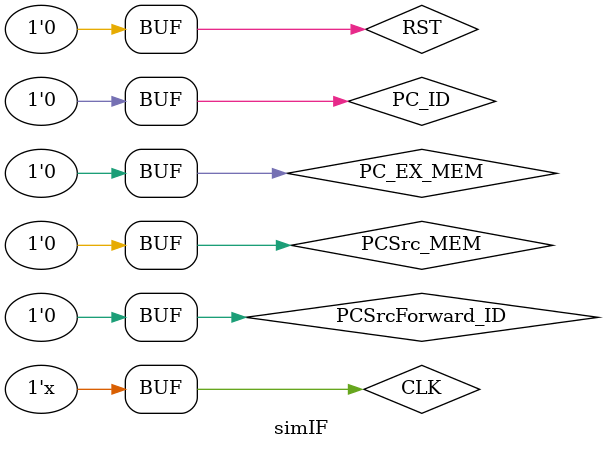
<source format=v>
`timescale 1ns / 1ps

module simIF();

    reg CLK;
    reg RST;
    reg PCSrc_MEM;
    reg PC_EX_MEM;
    reg PCSrcForward_ID;
    reg PC_ID;
    wire [31:0]PC_IF;
    wire [31:0]Inst_IF;


    always #20 CLK=~CLK;
    initial begin
        PCSrc_MEM=0;PC_EX_MEM=0;PCSrcForward_ID=0;PC_ID=0;
        CLK=0;RST=1;#101;
        RST=0;
    end

    IF If(
        .CLK(CLK),
        .RST(RST),
        .PCSrc1(PCSrc_MEM),
        .inPC1(PC_EX_MEM),
        .PCSrc2(PCSrcForward_ID),
        .inPC2(PC_ID),

        .outPC(PC_IF),
        .Inst(Inst_IF)
    );
endmodule

</source>
